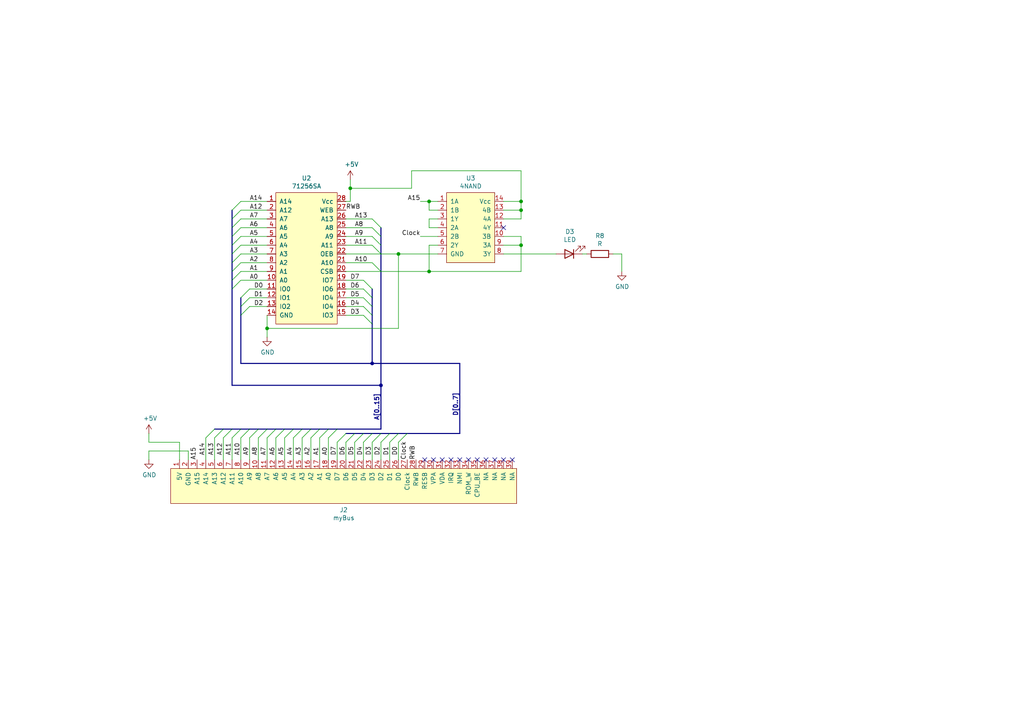
<source format=kicad_sch>
(kicad_sch (version 20231120) (generator "eeschema") (generator_version "8.0")
  (paper "A4")
  (title_block (title "RAM"))
  (lib_symbols
    (symbol "6502:4NAND" (pin_names (offset 1.016))
      (property "Reference" "U" (at -3.81 12.7 0))
      (property "Value" "4NAND" (at 0 1.27 90))
      (symbol "4NAND_0_1"
        (rectangle (start -7.62 10.16) (end 6.35 -10.16) (fill (type background)))
      )
      (symbol "4NAND_1_1"
        (pin input line (at -10.16 7.62 0) (length 2.54) (name "1A") (number "1"))
        (pin input line (at 8.89 -2.54 180) (length 2.54) (name "3B") (number "10"))
        (pin output line (at 8.89 0 180) (length 2.54) (name "4Y") (number "11"))
        (pin input line (at 8.89 2.54 180) (length 2.54) (name "4A") (number "12"))
        (pin input line (at 8.89 5.08 180) (length 2.54) (name "4B") (number "13"))
        (pin power_in line (at 8.89 7.62 180) (length 2.54) (name "Vcc") (number "14"))
        (pin input line (at -10.16 5.08 0) (length 2.54) (name "1B") (number "2"))
        (pin output line (at -10.16 2.54 0) (length 2.54) (name "1Y") (number "3"))
        (pin input line (at -10.16 0 0) (length 2.54) (name "2A") (number "4"))
        (pin input line (at -10.16 -2.54 0) (length 2.54) (name "2B") (number "5"))
        (pin output line (at -10.16 -5.08 0) (length 2.54) (name "2Y") (number "6"))
        (pin power_in line (at -10.16 -7.62 0) (length 2.54) (name "GND") (number "7"))
        (pin output line (at 8.89 -7.62 180) (length 2.54) (name "3Y") (number "8"))
        (pin input line (at 8.89 -5.08 180) (length 2.54) (name "3A") (number "9"))
      )
    )
    (symbol "6502:71256SA" (pin_names (offset 1.016))
      (property "Reference" "U" (at 0 22.86 0))
      (property "Value" "71256SA" (at 0 0 90))
      (symbol "71256SA_0_1"
        (rectangle (start -8.89 20.32) (end 8.89 -17.78) (fill (type background)))
      )
      (symbol "71256SA_1_1"
        (pin input line (at -11.43 17.78 0) (length 2.54) (name "A14") (number "1"))
        (pin input line (at -11.43 -5.08 0) (length 2.54) (name "A0") (number "10"))
        (pin tri_state line (at -11.43 -7.62 0) (length 2.54) (name "IO0") (number "11"))
        (pin tri_state line (at -11.43 -10.16 0) (length 2.54) (name "IO1") (number "12"))
        (pin tri_state line (at -11.43 -12.7 0) (length 2.54) (name "IO2") (number "13"))
        (pin power_in line (at -11.43 -15.24 0) (length 2.54) (name "GND") (number "14"))
        (pin tri_state line (at 11.43 -15.24 180) (length 2.54) (name "IO3") (number "15"))
        (pin tri_state line (at 11.43 -12.7 180) (length 2.54) (name "IO4") (number "16"))
        (pin tri_state line (at 11.43 -10.16 180) (length 2.54) (name "IO4") (number "17"))
        (pin tri_state line (at 11.43 -7.62 180) (length 2.54) (name "IO6") (number "18"))
        (pin tri_state line (at 11.43 -5.08 180) (length 2.54) (name "IO7") (number "19"))
        (pin input line (at -11.43 15.24 0) (length 2.54) (name "A12") (number "2"))
        (pin input line (at 11.43 -2.54 180) (length 2.54) (name "CSB") (number "20"))
        (pin input line (at 11.43 0 180) (length 2.54) (name "A10") (number "21"))
        (pin input line (at 11.43 2.54 180) (length 2.54) (name "OEB") (number "22"))
        (pin input line (at 11.43 5.08 180) (length 2.54) (name "A11") (number "23"))
        (pin input line (at 11.43 7.62 180) (length 2.54) (name "A9") (number "24"))
        (pin input line (at 11.43 10.16 180) (length 2.54) (name "A8") (number "25"))
        (pin input line (at 11.43 12.7 180) (length 2.54) (name "A13") (number "26"))
        (pin input line (at 11.43 15.24 180) (length 2.54) (name "WEB") (number "27"))
        (pin power_in line (at 11.43 17.78 180) (length 2.54) (name "Vcc") (number "28"))
        (pin input line (at -11.43 12.7 0) (length 2.54) (name "A7") (number "3"))
        (pin input line (at -11.43 10.16 0) (length 2.54) (name "A6") (number "4"))
        (pin input line (at -11.43 7.62 0) (length 2.54) (name "A5") (number "5"))
        (pin input line (at -11.43 5.08 0) (length 2.54) (name "A4") (number "6"))
        (pin input line (at -11.43 2.54 0) (length 2.54) (name "A3") (number "7"))
        (pin input line (at -11.43 0 0) (length 2.54) (name "A2") (number "8"))
        (pin input line (at -11.43 -2.54 0) (length 2.54) (name "A1") (number "9"))
      )
    )
    (symbol "6502:myBus" (pin_names (offset 1.016))
      (property "Reference" "J" (at 57.15 1.27 0))
      (property "Value" "myBus" (at 0 -1.27 0))
      (symbol "myBus_0_1"
        (rectangle (start -44.45 5.08) (end 55.88 -5.08) (fill (type background)))
      )
      (symbol "myBus_1_1"
        (pin power_in line (at -41.91 7.62 270) (length 2.54) (name "5V") (number "1"))
        (pin passive line (at -19.05 7.62 270) (length 2.54) (name "A8") (number "10"))
        (pin passive line (at -16.51 7.62 270) (length 2.54) (name "A7") (number "11"))
        (pin passive line (at -13.97 7.62 270) (length 2.54) (name "A6") (number "12"))
        (pin passive line (at -11.43 7.62 270) (length 2.54) (name "A5") (number "13"))
        (pin passive line (at -8.89 7.62 270) (length 2.54) (name "A4") (number "14"))
        (pin passive line (at -6.35 7.62 270) (length 2.54) (name "A3") (number "15"))
        (pin passive line (at -3.81 7.62 270) (length 2.54) (name "A2") (number "16"))
        (pin passive line (at -1.27 7.62 270) (length 2.54) (name "A1") (number "17"))
        (pin passive line (at 1.27 7.62 270) (length 2.54) (name "A0") (number "18"))
        (pin passive line (at 3.81 7.62 270) (length 2.54) (name "D7") (number "19"))
        (pin power_in line (at -39.37 7.62 270) (length 2.54) (name "GND") (number "2"))
        (pin passive line (at 6.35 7.62 270) (length 2.54) (name "D6") (number "20"))
        (pin passive line (at 8.89 7.62 270) (length 2.54) (name "D5") (number "21"))
        (pin passive line (at 11.43 7.62 270) (length 2.54) (name "D4") (number "22"))
        (pin passive line (at 13.97 7.62 270) (length 2.54) (name "D3") (number "23"))
        (pin passive line (at 16.51 7.62 270) (length 2.54) (name "D2") (number "24"))
        (pin passive line (at 19.05 7.62 270) (length 2.54) (name "D1") (number "25"))
        (pin passive line (at 21.59 7.62 270) (length 2.54) (name "D0") (number "26"))
        (pin passive line (at 24.13 7.62 270) (length 2.54) (name "Clock") (number "27"))
        (pin passive line (at 26.67 7.62 270) (length 2.54) (name "RWB") (number "28"))
        (pin passive line (at 29.21 7.62 270) (length 2.54) (name "RESB") (number "29"))
        (pin passive line (at -36.83 7.62 270) (length 2.54) (name "A15") (number "3"))
        (pin passive line (at 31.75 7.62 270) (length 2.54) (name "VPA") (number "30"))
        (pin passive line (at 34.29 7.62 270) (length 2.54) (name "VDA") (number "31"))
        (pin passive line (at 36.83 7.62 270) (length 2.54) (name "IRQ") (number "32"))
        (pin passive line (at 39.37 7.62 270) (length 2.54) (name "NMI") (number "33"))
        (pin passive line (at 41.91 7.62 270) (length 2.54) (name "ROM_W") (number "34"))
        (pin passive line (at 44.45 7.62 270) (length 2.54) (name "CPU_BE") (number "35"))
        (pin passive line (at 46.99 7.62 270) (length 2.54) (name "NA") (number "36"))
        (pin passive line (at 49.53 7.62 270) (length 2.54) (name "NA") (number "37"))
        (pin passive line (at 52.07 7.62 270) (length 2.54) (name "NA") (number "38"))
        (pin passive line (at 54.61 7.62 270) (length 2.54) (name "NA") (number "39"))
        (pin passive line (at -34.29 7.62 270) (length 2.54) (name "A14") (number "4"))
        (pin passive line (at -31.75 7.62 270) (length 2.54) (name "A13") (number "5"))
        (pin passive line (at -29.21 7.62 270) (length 2.54) (name "A12") (number "6"))
        (pin passive line (at -26.67 7.62 270) (length 2.54) (name "A11") (number "7"))
        (pin passive line (at -24.13 7.62 270) (length 2.54) (name "A10") (number "8"))
        (pin passive line (at -21.59 7.62 270) (length 2.54) (name "A9") (number "9"))
      )
    )
    (symbol "Device:LED" (pin_numbers hide) (pin_names (offset 1.016) hide)
      (property "Reference" "D" (at 0 2.54 0))
      (property "Value" "LED" (at 0 -2.54 0))
      (symbol "LED_0_1"
        (polyline (pts (xy -1.27 -1.27) (xy -1.27 1.27)) (stroke (width 0.254)))
        (polyline (pts (xy -1.27 0) (xy 1.27 0)))
        (polyline (pts (xy 1.27 -1.27) (xy 1.27 1.27) (xy -1.27 0) (xy 1.27 -1.27)) (stroke (width 0.254)))
        (polyline (pts (xy -3.048 -0.762) (xy -4.572 -2.286) (xy -3.81 -2.286) (xy -4.572 -2.286) (xy -4.572 -1.524)))
        (polyline (pts (xy -1.778 -0.762) (xy -3.302 -2.286) (xy -2.54 -2.286) (xy -3.302 -2.286) (xy -3.302 -1.524)))
      )
      (symbol "LED_1_1"
        (pin passive line (at -3.81 0 0) (length 2.54) (name "K") (number "1"))
        (pin passive line (at 3.81 0 180) (length 2.54) (name "A") (number "2"))
      )
    )
    (symbol "Device:R" (pin_numbers hide) (pin_names (offset 0))
      (property "Reference" "R" (at 2.032 0 90))
      (property "Value" "R" (at 0 0 90))
      (symbol "R_0_1"
        (rectangle (start -1.016 -2.54) (end 1.016 2.54) (stroke (width 0.254)))
      )
      (symbol "R_1_1"
        (pin passive line (at 0 3.81 270) (length 1.27) (name "~") (number "1"))
        (pin passive line (at 0 -3.81 90) (length 1.27) (name "~") (number "2"))
      )
    )
    (symbol "power:+5V" (power) (pin_numbers hide) (pin_names (offset 0) hide)
      (property "Value" "+5V" (at 0 3.556 0))
      (symbol "+5V_0_1"
        (polyline (pts (xy -0.762 1.27) (xy 0 2.54)))
        (polyline (pts (xy 0 0) (xy 0 2.54)))
        (polyline (pts (xy 0 2.54) (xy 0.762 1.27)))
      )
      (symbol "+5V_1_1"
        (pin power_in line (at 0 0 90) (length 0) (name "~") (number "1"))
      )
    )
    (symbol "power:GND" (power) (pin_numbers hide) (pin_names (offset 0) hide)
      (property "Value" "GND" (at 0 -3.81 0))
      (symbol "GND_0_1"
        (polyline (pts (xy 0 0) (xy 0 -1.27) (xy 1.27 -1.27) (xy 0 -2.54) (xy -1.27 -1.27) (xy 0 -1.27)))
      )
      (symbol "GND_1_1"
        (pin power_in line (at 0 0 270) (length 0) (name "~") (number "1"))
      )
    )
  )
  (junction (at 77.47 95.25))
  (junction (at 151.13 71.12))
  (junction (at 115.57 73.66))
  (junction (at 107.95 105.41))
  (junction (at 124.46 58.42))
  (junction (at 151.13 58.42))
  (junction (at 151.13 60.96))
  (junction (at 110.49 111.76))
  (junction (at 101.6 54.61))
  (junction (at 124.46 78.74))
  (no_connect (at 138.43 133.35))
  (no_connect (at 135.89 133.35))
  (no_connect (at 133.35 133.35))
  (no_connect (at 146.05 66.04))
  (no_connect (at 125.73 133.35))
  (no_connect (at 128.27 133.35))
  (no_connect (at 140.97 133.35))
  (no_connect (at 143.51 133.35))
  (no_connect (at 146.05 133.35))
  (no_connect (at 148.59 133.35))
  (no_connect (at 123.19 133.35))
  (no_connect (at 130.81 133.35))
  (bus_entry (at 69.85 91.44) (size 2.54 -2.54))
  (bus_entry (at 107.95 63.5) (size 2.54 2.54))
  (bus_entry (at 67.31 73.66) (size 2.54 -2.54))
  (bus_entry (at 67.31 78.74) (size 2.54 -2.54))
  (bus_entry (at 82.55 127) (size 2.54 -2.54))
  (bus_entry (at 67.31 76.2) (size 2.54 -2.54))
  (bus_entry (at 105.41 86.36) (size 2.54 2.54))
  (bus_entry (at 105.41 91.44) (size 2.54 2.54))
  (bus_entry (at 113.03 128.27) (size 2.54 -2.54))
  (bus_entry (at 67.31 71.12) (size 2.54 -2.54))
  (bus_entry (at 67.31 83.82) (size 2.54 -2.54))
  (bus_entry (at 59.69 127) (size 2.54 -2.54))
  (bus_entry (at 67.31 68.58) (size 2.54 -2.54))
  (bus_entry (at 110.49 128.27) (size 2.54 -2.54))
  (bus_entry (at 74.93 127) (size 2.54 -2.54))
  (bus_entry (at 107.95 66.04) (size 2.54 2.54))
  (bus_entry (at 105.41 83.82) (size 2.54 2.54))
  (bus_entry (at 107.95 68.58) (size 2.54 2.54))
  (bus_entry (at 100.33 128.27) (size 2.54 -2.54))
  (bus_entry (at 69.85 127) (size 2.54 -2.54))
  (bus_entry (at 105.41 128.27) (size 2.54 -2.54))
  (bus_entry (at 105.41 81.28) (size 2.54 2.54))
  (bus_entry (at 95.25 127) (size 2.54 -2.54))
  (bus_entry (at 85.09 127) (size 2.54 -2.54))
  (bus_entry (at 107.95 71.12) (size 2.54 2.54))
  (bus_entry (at 72.39 127) (size 2.54 -2.54))
  (bus_entry (at 67.31 127) (size 2.54 -2.54))
  (bus_entry (at 64.77 127) (size 2.54 -2.54))
  (bus_entry (at 90.17 127) (size 2.54 -2.54))
  (bus_entry (at 77.47 127) (size 2.54 -2.54))
  (bus_entry (at 67.31 60.96) (size 2.54 -2.54))
  (bus_entry (at 62.23 127) (size 2.54 -2.54))
  (bus_entry (at 107.95 76.2) (size 2.54 2.54))
  (bus_entry (at 102.87 128.27) (size 2.54 -2.54))
  (bus_entry (at 92.71 127) (size 2.54 -2.54))
  (bus_entry (at 69.85 88.9) (size 2.54 -2.54))
  (bus_entry (at 67.31 81.28) (size 2.54 -2.54))
  (bus_entry (at 67.31 63.5) (size 2.54 -2.54))
  (bus_entry (at 80.01 127) (size 2.54 -2.54))
  (bus_entry (at 87.63 127) (size 2.54 -2.54))
  (bus_entry (at 69.85 86.36) (size 2.54 -2.54))
  (bus_entry (at 97.79 128.27) (size 2.54 -2.54))
  (bus_entry (at 115.57 128.27) (size 2.54 -2.54))
  (bus_entry (at 107.95 128.27) (size 2.54 -2.54))
  (bus_entry (at 105.41 88.9) (size 2.54 2.54))
  (bus_entry (at 67.31 66.04) (size 2.54 -2.54))
  (wire (pts (xy 127 73.66) (xy 115.57 73.66)))
  (bus (pts (xy 92.71 124.46) (xy 95.25 124.46)))
  (wire (pts (xy 102.87 133.35) (xy 102.87 128.27)))
  (wire (pts (xy 80.01 133.35) (xy 80.01 127)))
  (wire (pts (xy 119.38 49.53) (xy 151.13 49.53)))
  (bus (pts (xy 90.17 124.46) (xy 92.71 124.46)))
  (bus (pts (xy 67.31 63.5) (xy 67.31 66.04)))
  (wire (pts (xy 115.57 133.35) (xy 115.57 128.27)))
  (wire (pts (xy 59.69 133.35) (xy 59.69 127)))
  (bus (pts (xy 77.47 124.46) (xy 80.01 124.46)))
  (wire (pts (xy 62.23 133.35) (xy 62.23 127)))
  (bus (pts (xy 107.95 91.44) (xy 107.95 93.98)))
  (bus (pts (xy 72.39 124.46) (xy 74.93 124.46)))
  (wire (pts (xy 77.47 88.9) (xy 72.39 88.9)))
  (wire (pts (xy 69.85 68.58) (xy 77.47 68.58)))
  (bus (pts (xy 85.09 124.46) (xy 87.63 124.46)))
  (wire (pts (xy 67.31 133.35) (xy 67.31 127)))
  (wire (pts (xy 77.47 133.35) (xy 77.47 127)))
  (bus (pts (xy 67.31 68.58) (xy 67.31 71.12)))
  (wire (pts (xy 127 71.12) (xy 124.46 71.12)))
  (bus (pts (xy 110.49 73.66) (xy 110.49 78.74)))
  (wire (pts (xy 95.25 127) (xy 95.25 133.35)))
  (wire (pts (xy 100.33 68.58) (xy 107.95 68.58)))
  (wire (pts (xy 69.85 63.5) (xy 77.47 63.5)))
  (bus (pts (xy 113.03 125.73) (xy 115.57 125.73)))
  (wire (pts (xy 113.03 128.27) (xy 113.03 133.35)))
  (wire (pts (xy 124.46 60.96) (xy 127 60.96)))
  (bus (pts (xy 67.31 66.04) (xy 67.31 68.58)))
  (bus (pts (xy 107.95 88.9) (xy 107.95 91.44)))
  (wire (pts (xy 151.13 78.74) (xy 151.13 71.12)))
  (wire (pts (xy 77.47 76.2) (xy 69.85 76.2)))
  (wire (pts (xy 121.92 68.58) (xy 127 68.58)))
  (bus (pts (xy 110.49 78.74) (xy 110.49 111.76)))
  (wire (pts (xy 85.09 133.35) (xy 85.09 127)))
  (wire (pts (xy 77.47 83.82) (xy 72.39 83.82)))
  (wire (pts (xy 101.6 52.07) (xy 101.6 54.61)))
  (wire (pts (xy 43.18 125.73) (xy 43.18 128.27)))
  (bus (pts (xy 107.95 86.36) (xy 107.95 88.9)))
  (wire (pts (xy 151.13 58.42) (xy 146.05 58.42)))
  (bus (pts (xy 107.95 125.73) (xy 110.49 125.73)))
  (wire (pts (xy 119.38 54.61) (xy 119.38 49.53)))
  (bus (pts (xy 118.11 125.73) (xy 133.35 125.73)))
  (wire (pts (xy 121.92 58.42) (xy 124.46 58.42)))
  (wire (pts (xy 100.33 73.66) (xy 110.49 73.66)))
  (wire (pts (xy 69.85 73.66) (xy 77.47 73.66)))
  (wire (pts (xy 77.47 60.96) (xy 69.85 60.96)))
  (bus (pts (xy 69.85 86.36) (xy 69.85 88.9)))
  (bus (pts (xy 67.31 124.46) (xy 69.85 124.46)))
  (wire (pts (xy 100.33 128.27) (xy 100.33 133.35)))
  (wire (pts (xy 180.34 73.66) (xy 180.34 78.74)))
  (wire (pts (xy 107.95 71.12) (xy 100.33 71.12)))
  (bus (pts (xy 67.31 111.76) (xy 110.49 111.76)))
  (wire (pts (xy 101.6 54.61) (xy 101.6 58.42)))
  (wire (pts (xy 124.46 78.74) (xy 151.13 78.74)))
  (bus (pts (xy 67.31 81.28) (xy 67.31 83.82)))
  (wire (pts (xy 77.47 66.04) (xy 69.85 66.04)))
  (wire (pts (xy 69.85 58.42) (xy 77.47 58.42)))
  (bus (pts (xy 67.31 60.96) (xy 67.31 63.5)))
  (wire (pts (xy 107.95 66.04) (xy 100.33 66.04)))
  (bus (pts (xy 102.87 125.73) (xy 105.41 125.73)))
  (wire (pts (xy 151.13 60.96) (xy 151.13 63.5)))
  (bus (pts (xy 110.49 125.73) (xy 113.03 125.73)))
  (bus (pts (xy 100.33 125.73) (xy 102.87 125.73)))
  (wire (pts (xy 107.95 133.35) (xy 107.95 128.27)))
  (bus (pts (xy 105.41 125.73) (xy 107.95 125.73)))
  (wire (pts (xy 69.85 78.74) (xy 77.47 78.74)))
  (wire (pts (xy 77.47 86.36) (xy 72.39 86.36)))
  (wire (pts (xy 87.63 133.35) (xy 87.63 127)))
  (wire (pts (xy 110.49 133.35) (xy 110.49 128.27)))
  (bus (pts (xy 82.55 124.46) (xy 85.09 124.46)))
  (bus (pts (xy 107.95 83.82) (xy 107.95 86.36)))
  (wire (pts (xy 77.47 71.12) (xy 69.85 71.12)))
  (wire (pts (xy 69.85 133.35) (xy 69.85 127)))
  (bus (pts (xy 67.31 76.2) (xy 67.31 78.74)))
  (wire (pts (xy 124.46 63.5) (xy 124.46 66.04)))
  (wire (pts (xy 100.33 58.42) (xy 101.6 58.42)))
  (wire (pts (xy 105.41 133.35) (xy 105.41 128.27)))
  (bus (pts (xy 95.25 124.46) (xy 97.79 124.46)))
  (bus (pts (xy 69.85 124.46) (xy 72.39 124.46)))
  (wire (pts (xy 151.13 71.12) (xy 146.05 71.12)))
  (bus (pts (xy 67.31 71.12) (xy 67.31 73.66)))
  (wire (pts (xy 64.77 127) (xy 64.77 133.35)))
  (wire (pts (xy 115.57 73.66) (xy 115.57 95.25)))
  (wire (pts (xy 43.18 130.81) (xy 43.18 133.35)))
  (wire (pts (xy 168.91 73.66) (xy 170.18 73.66)))
  (bus (pts (xy 67.31 73.66) (xy 67.31 76.2)))
  (wire (pts (xy 177.8 73.66) (xy 180.34 73.66)))
  (wire (pts (xy 43.18 128.27) (xy 52.07 128.27)))
  (wire (pts (xy 151.13 58.42) (xy 151.13 60.96)))
  (wire (pts (xy 54.61 133.35) (xy 54.61 130.81)))
  (wire (pts (xy 74.93 133.35) (xy 74.93 127)))
  (bus (pts (xy 110.49 66.04) (xy 110.49 68.58)))
  (bus (pts (xy 110.49 111.76) (xy 110.49 124.46)))
  (bus (pts (xy 107.95 105.41) (xy 133.35 105.41)))
  (wire (pts (xy 52.07 128.27) (xy 52.07 133.35)))
  (wire (pts (xy 100.33 86.36) (xy 105.41 86.36)))
  (wire (pts (xy 77.47 81.28) (xy 69.85 81.28)))
  (wire (pts (xy 72.39 133.35) (xy 72.39 127)))
  (bus (pts (xy 62.23 124.46) (xy 64.77 124.46)))
  (wire (pts (xy 146.05 73.66) (xy 161.29 73.66)))
  (wire (pts (xy 124.46 58.42) (xy 124.46 60.96)))
  (bus (pts (xy 133.35 105.41) (xy 133.35 125.73)))
  (wire (pts (xy 110.49 73.66) (xy 115.57 73.66)))
  (bus (pts (xy 69.85 88.9) (xy 69.85 91.44)))
  (wire (pts (xy 124.46 58.42) (xy 127 58.42)))
  (bus (pts (xy 80.01 124.46) (xy 82.55 124.46)))
  (wire (pts (xy 97.79 133.35) (xy 97.79 128.27)))
  (wire (pts (xy 115.57 95.25) (xy 77.47 95.25)))
  (wire (pts (xy 90.17 133.35) (xy 90.17 127)))
  (wire (pts (xy 82.55 133.35) (xy 82.55 127)))
  (bus (pts (xy 67.31 83.82) (xy 67.31 111.76)))
  (wire (pts (xy 151.13 68.58) (xy 151.13 71.12)))
  (wire (pts (xy 101.6 54.61) (xy 119.38 54.61)))
  (wire (pts (xy 100.33 83.82) (xy 105.41 83.82)))
  (wire (pts (xy 127 63.5) (xy 124.46 63.5)))
  (bus (pts (xy 74.93 124.46) (xy 77.47 124.46)))
  (wire (pts (xy 100.33 81.28) (xy 105.41 81.28)))
  (bus (pts (xy 87.63 124.46) (xy 90.17 124.46)))
  (bus (pts (xy 67.31 78.74) (xy 67.31 81.28)))
  (bus (pts (xy 97.79 124.46) (xy 110.49 124.46)))
  (wire (pts (xy 100.33 76.2) (xy 107.95 76.2)))
  (wire (pts (xy 124.46 66.04) (xy 127 66.04)))
  (wire (pts (xy 92.71 133.35) (xy 92.71 127)))
  (wire (pts (xy 151.13 60.96) (xy 146.05 60.96)))
  (bus (pts (xy 69.85 91.44) (xy 69.85 105.41)))
  (bus (pts (xy 115.57 125.73) (xy 118.11 125.73)))
  (bus (pts (xy 110.49 68.58) (xy 110.49 71.12)))
  (bus (pts (xy 107.95 93.98) (xy 107.95 105.41)))
  (wire (pts (xy 100.33 78.74) (xy 110.49 78.74)))
  (wire (pts (xy 77.47 95.25) (xy 77.47 97.79)))
  (wire (pts (xy 146.05 68.58) (xy 151.13 68.58)))
  (wire (pts (xy 54.61 130.81) (xy 43.18 130.81)))
  (wire (pts (xy 151.13 49.53) (xy 151.13 58.42)))
  (wire (pts (xy 100.33 91.44) (xy 105.41 91.44)))
  (wire (pts (xy 124.46 71.12) (xy 124.46 78.74)))
  (wire (pts (xy 151.13 63.5) (xy 146.05 63.5)))
  (wire (pts (xy 100.33 88.9) (xy 105.41 88.9)))
  (bus (pts (xy 110.49 71.12) (xy 110.49 73.66)))
  (bus (pts (xy 69.85 105.41) (xy 107.95 105.41)))
  (bus (pts (xy 64.77 124.46) (xy 67.31 124.46)))
  (wire (pts (xy 110.49 78.74) (xy 124.46 78.74)))
  (wire (pts (xy 100.33 63.5) (xy 107.95 63.5)))
  (wire (pts (xy 77.47 91.44) (xy 77.47 95.25)))
  (label "RWB" (at 100.33 60.96 0))
  (label "A10" (at 69.85 132.08 90))
  (label "A7" (at 77.47 132.08 90))
  (label "A4" (at 85.09 132.08 90))
  (label "A10" (at 102.87 76.2 0))
  (label "A9" (at 72.39 132.08 90))
  (label "A7" (at 72.39 63.5 0))
  (label "A5" (at 72.39 68.58 0))
  (label "A6" (at 72.39 66.04 0))
  (label "A14" (at 59.69 132.08 90))
  (label "A5" (at 82.55 132.08 90))
  (label "A3" (at 72.39 73.66 0))
  (label "D7" (at 101.6 81.28 0))
  (label "D7" (at 97.79 132.08 90))
  (label "D1" (at 73.66 86.36 0))
  (label "A1" (at 72.39 78.74 0))
  (label "D3" (at 101.6 91.44 0))
  (label "A12" (at 64.77 132.08 90))
  (label "A13" (at 62.23 132.08 90))
  (label "Clock" (at 121.92 68.58 180))
  (label "A6" (at 80.01 132.08 90))
  (label "A3" (at 87.63 132.08 90))
  (label "D5" (at 102.87 132.08 90))
  (label "A15" (at 121.92 58.42 180))
  (label "D4" (at 105.41 132.08 90))
  (label "A1" (at 92.71 132.08 90))
  (label "A11" (at 102.87 71.12 0))
  (label "A2" (at 72.39 76.2 0))
  (label "A13" (at 102.87 63.5 0))
  (label "D0" (at 73.66 83.82 0))
  (label "D2" (at 110.49 132.08 90))
  (label "A8" (at 74.93 132.08 90))
  (label "A4" (at 72.39 71.12 0))
  (label "A14" (at 72.39 58.42 0))
  (label "D5" (at 101.6 86.36 0))
  (label "D2" (at 73.66 88.9 0))
  (label "A0" (at 95.25 132.08 90))
  (label "D3" (at 107.95 132.08 90))
  (label "A0" (at 72.39 81.28 0))
  (label "D1" (at 113.03 132.08 90))
  (label "D0" (at 115.57 132.08 90))
  (label "A[0..15]" (at 110.49 121.92 90) (effects (font (bold yes))))
  (label "A12" (at 72.39 60.96 0))
  (label "A8" (at 102.87 66.04 0))
  (label "A11" (at 67.31 132.08 90))
  (label "RWB" (at 120.65 133.35 90))
  (label "D6" (at 101.6 83.82 0))
  (label "D4" (at 101.6 88.9 0))
  (label "D6" (at 100.33 132.08 90))
  (label "A15" (at 57.15 133.35 90))
  (label "A2" (at 90.17 132.08 90))
  (label "Clock" (at 118.11 133.35 90))
  (label "D[0..7]" (at 133.35 120.65 90) (effects (font (bold yes))))
  (label "A9" (at 102.87 68.58 0))
  (symbol (lib_id "power:+5V") (at 101.6 52.07 0) (unit 1)
    (property "Reference" "#PWR015" (effects (hide yes)))
    (property "Value" "+5V" (at 101.981 47.6758 0))
    (property "Description" "Power symbol creates a global label with name \"+5V\"" (effects (hide yes)))
  )
  (symbol (lib_id "6502:4NAND") (at 137.16 66.04 0) (unit 1)
    (property "Reference" "U3" (at 136.525 51.689 0))
    (property "Value" "4NAND" (at 136.525 54.0004 0))
  )
  (symbol (lib_id "6502:71256SA") (at 88.9 76.2 0) (unit 1)
    (property "Reference" "U2" (at 88.9 51.689 0))
    (property "Value" "71256SA" (at 88.9 54.0004 0))
  )
  (symbol (lib_id "power:GND") (at 43.18 133.35 0) (unit 1)
    (property "Reference" "#PWR013" (effects (hide yes)))
    (property "Value" "GND" (at 43.307 137.7442 0))
    (property "Description" "Power symbol creates a global label with name \"GND\" , ground" (effects (hide yes)))
  )
  (symbol (lib_id "Device:LED") (at 165.1 73.66 180) (unit 1)
    (property "Reference" "D3" (at 165.2778 67.183 0))
    (property "Value" "LED" (at 165.2778 69.4944 0))
    (property "Description" "Light emitting diode" (effects (hide yes)))
  )
  (symbol (lib_id "Device:R") (at 173.99 73.66 270) (unit 1)
    (property "Reference" "R8" (at 173.99 68.4022 90))
    (property "Value" "R" (at 173.99 70.7136 90))
    (property "Description" "Resistor" (effects (hide yes)))
  )
  (symbol (lib_id "power:GND") (at 180.34 78.74 0) (unit 1)
    (property "Reference" "#PWR016" (effects (hide yes)))
    (property "Value" "GND" (at 180.467 83.1342 0))
    (property "Description" "Power symbol creates a global label with name \"GND\" , ground" (effects (hide yes)))
  )
  (symbol (lib_id "6502:myBus") (at 93.98 140.97 0) (unit 1)
    (property "Reference" "J2" (at 99.695 147.9042 0))
    (property "Value" "myBus" (at 99.695 150.2156 0))
  )
  (symbol (lib_id "power:+5V") (at 43.18 125.73 0) (unit 1)
    (property "Reference" "#PWR012" (effects (hide yes)))
    (property "Value" "+5V" (at 43.561 121.3358 0))
    (property "Description" "Power symbol creates a global label with name \"+5V\"" (effects (hide yes)))
  )
  (symbol (lib_id "power:GND") (at 77.47 97.79 0) (unit 1)
    (property "Reference" "#PWR014" (effects (hide yes)))
    (property "Value" "GND" (at 77.597 102.1842 0))
    (property "Description" "Power symbol creates a global label with name \"GND\" , ground" (effects (hide yes)))
  )
)
</source>
